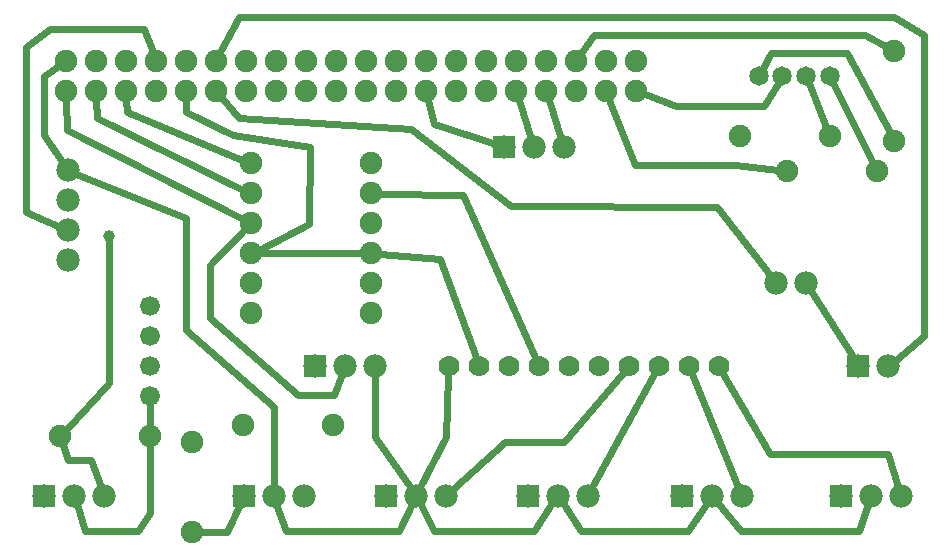
<source format=gbl>
G04 MADE WITH FRITZING*
G04 WWW.FRITZING.ORG*
G04 DOUBLE SIDED*
G04 HOLES PLATED*
G04 CONTOUR ON CENTER OF CONTOUR VECTOR*
%ASAXBY*%
%FSLAX23Y23*%
%MOIN*%
%OFA0B0*%
%SFA1.0B1.0*%
%ADD10C,0.065000*%
%ADD11C,0.039370*%
%ADD12C,0.078000*%
%ADD13C,0.074803*%
%ADD14C,0.066111*%
%ADD15C,0.070000*%
%ADD16C,0.075361*%
%ADD17C,0.075000*%
%ADD18R,0.078000X0.078000*%
%ADD19C,0.024000*%
%LNCOPPER0*%
G90*
G70*
G54D10*
X2600Y1702D03*
X2679Y1702D03*
X2758Y1702D03*
X2837Y1702D03*
G54D11*
X435Y1171D03*
G54D12*
X218Y305D03*
X318Y305D03*
X418Y305D03*
X1122Y738D03*
X1222Y738D03*
X1322Y738D03*
X1752Y1466D03*
X1852Y1466D03*
X1952Y1466D03*
X884Y305D03*
X984Y305D03*
X1084Y305D03*
X1359Y305D03*
X1459Y305D03*
X1559Y305D03*
X1830Y305D03*
X1930Y305D03*
X2030Y305D03*
X2344Y305D03*
X2444Y305D03*
X2544Y305D03*
X2875Y305D03*
X2975Y305D03*
X3075Y305D03*
G54D13*
X907Y1412D03*
X907Y912D03*
X907Y1012D03*
X907Y1112D03*
X907Y1212D03*
X907Y1312D03*
X1307Y1412D03*
X1308Y912D03*
X1308Y1012D03*
X1308Y1112D03*
X1308Y1212D03*
X1308Y1312D03*
G54D14*
X573Y938D03*
X573Y838D03*
X573Y638D03*
X573Y738D03*
G54D12*
X2933Y738D03*
X3033Y738D03*
G54D15*
X2467Y738D03*
X2367Y738D03*
X2267Y738D03*
X2167Y738D03*
X2067Y738D03*
X1967Y738D03*
X1867Y738D03*
X1767Y738D03*
X1667Y738D03*
X1567Y738D03*
G54D16*
X292Y1654D03*
X392Y1654D03*
X492Y1654D03*
X592Y1654D03*
X692Y1654D03*
X792Y1654D03*
X892Y1654D03*
X992Y1654D03*
X1092Y1654D03*
X1192Y1654D03*
X1292Y1654D03*
X1392Y1654D03*
X1492Y1654D03*
X1592Y1654D03*
X1692Y1654D03*
X1792Y1654D03*
X1892Y1654D03*
X1992Y1654D03*
X2092Y1654D03*
X2192Y1654D03*
X2192Y1754D03*
X2092Y1754D03*
X1992Y1754D03*
X1892Y1754D03*
X1792Y1754D03*
X1692Y1754D03*
X1592Y1754D03*
X1492Y1754D03*
X1392Y1754D03*
X1292Y1754D03*
X1192Y1754D03*
X1092Y1754D03*
X992Y1754D03*
X892Y1754D03*
X792Y1754D03*
X692Y1754D03*
X592Y1754D03*
X492Y1754D03*
X392Y1754D03*
X292Y1754D03*
G54D12*
X2658Y1013D03*
X2758Y1013D03*
X297Y1389D03*
X297Y1289D03*
X297Y1189D03*
X297Y1089D03*
G54D17*
X711Y182D03*
X711Y482D03*
X883Y541D03*
X1183Y541D03*
X3053Y1786D03*
X3053Y1486D03*
X2537Y1505D03*
X2837Y1505D03*
X2694Y1387D03*
X2994Y1387D03*
X273Y502D03*
X573Y502D03*
G54D18*
X218Y305D03*
X1122Y738D03*
X1752Y1466D03*
X884Y305D03*
X1359Y305D03*
X1830Y305D03*
X2344Y305D03*
X2875Y305D03*
X2933Y738D03*
G54D19*
X297Y422D02*
X375Y422D01*
D02*
X281Y474D02*
X297Y422D01*
D02*
X375Y422D02*
X407Y334D01*
D02*
X356Y187D02*
X327Y277D01*
D02*
X533Y186D02*
X356Y187D01*
D02*
X573Y473D02*
X572Y247D01*
D02*
X572Y247D02*
X533Y186D01*
D02*
X2009Y1780D02*
X2050Y1841D01*
D02*
X2050Y1841D02*
X2954Y1841D01*
D02*
X2954Y1841D02*
X3028Y1800D01*
D02*
X2847Y1681D02*
X2981Y1413D01*
D02*
X2767Y1680D02*
X2826Y1532D01*
D02*
X2187Y1406D02*
X2522Y1406D01*
D02*
X2522Y1406D02*
X2666Y1391D01*
D02*
X2103Y1625D02*
X2187Y1406D01*
D02*
X2324Y1605D02*
X2221Y1643D01*
D02*
X2619Y1605D02*
X2324Y1605D01*
D02*
X2667Y1682D02*
X2619Y1605D01*
D02*
X2641Y1780D02*
X2611Y1723D01*
D02*
X2895Y1781D02*
X2641Y1780D01*
D02*
X3040Y1511D02*
X2895Y1781D01*
D02*
X494Y1583D02*
X493Y1623D01*
D02*
X879Y1424D02*
X494Y1583D01*
D02*
X296Y1525D02*
X293Y1623D01*
D02*
X880Y1226D02*
X296Y1525D01*
D02*
X393Y1623D02*
X396Y1564D01*
D02*
X396Y1564D02*
X880Y1325D01*
D02*
X847Y1506D02*
X1106Y1466D01*
D02*
X1103Y1209D02*
X935Y1125D01*
D02*
X1106Y1466D02*
X1103Y1209D01*
D02*
X691Y1584D02*
X847Y1506D01*
D02*
X691Y1623D02*
X691Y1584D01*
D02*
X1855Y766D02*
X1616Y1308D01*
D02*
X1616Y1308D02*
X1338Y1311D01*
D02*
X1537Y1093D02*
X1338Y1109D01*
D02*
X1657Y767D02*
X1537Y1093D01*
D02*
X1440Y1527D02*
X1774Y1270D01*
D02*
X2462Y1268D02*
X2640Y1037D01*
D02*
X1774Y1270D02*
X2462Y1268D01*
D02*
X868Y1565D02*
X1440Y1527D01*
D02*
X812Y1630D02*
X868Y1565D01*
D02*
X553Y1860D02*
X581Y1784D01*
D02*
X159Y1800D02*
X238Y1861D01*
D02*
X238Y1861D02*
X553Y1860D01*
D02*
X159Y1250D02*
X159Y1800D01*
D02*
X270Y1201D02*
X159Y1250D01*
D02*
X219Y1506D02*
X280Y1414D01*
D02*
X219Y1702D02*
X219Y1506D01*
D02*
X271Y1739D02*
X219Y1702D01*
D02*
X2253Y711D02*
X2045Y332D01*
D02*
X2639Y442D02*
X2483Y711D01*
D02*
X3033Y442D02*
X2639Y442D01*
D02*
X3066Y334D02*
X3033Y442D01*
D02*
X2008Y186D02*
X1947Y280D01*
D02*
X2365Y187D02*
X2008Y186D01*
D02*
X2427Y280D02*
X2365Y187D01*
D02*
X2540Y187D02*
X2463Y282D01*
D02*
X2934Y187D02*
X2540Y187D01*
D02*
X2965Y277D02*
X2934Y187D01*
D02*
X2532Y333D02*
X2379Y709D01*
D02*
X435Y679D02*
X292Y523D01*
D02*
X435Y1152D02*
X435Y679D01*
D02*
X829Y185D02*
X739Y183D01*
D02*
X871Y278D02*
X829Y185D01*
D02*
X985Y600D02*
X984Y336D01*
D02*
X691Y856D02*
X985Y600D01*
D02*
X691Y1229D02*
X691Y856D01*
D02*
X325Y1378D02*
X691Y1229D01*
D02*
X1401Y187D02*
X1446Y278D01*
D02*
X1024Y186D02*
X1401Y187D01*
D02*
X993Y277D02*
X1024Y186D01*
D02*
X1518Y187D02*
X1473Y279D01*
D02*
X1852Y187D02*
X1518Y187D01*
D02*
X1913Y280D02*
X1852Y187D01*
D02*
X1566Y707D02*
X1557Y501D01*
D02*
X1557Y501D02*
X1473Y332D01*
D02*
X1755Y483D02*
X1582Y326D01*
D02*
X1951Y483D02*
X1755Y483D01*
D02*
X2147Y714D02*
X1951Y483D01*
D02*
X1322Y501D02*
X1442Y330D01*
D02*
X1322Y708D02*
X1322Y501D01*
D02*
X770Y1073D02*
X886Y1190D01*
D02*
X770Y896D02*
X770Y1073D01*
D02*
X1065Y640D02*
X770Y896D01*
D02*
X1211Y710D02*
X1184Y640D01*
D02*
X1184Y640D02*
X1065Y640D01*
D02*
X1278Y1112D02*
X938Y1112D01*
D02*
X1724Y1476D02*
X1518Y1545D01*
D02*
X1518Y1545D02*
X1499Y1624D01*
D02*
X1843Y1495D02*
X1801Y1624D01*
D02*
X1901Y1624D02*
X1943Y1495D01*
D02*
X2774Y988D02*
X2917Y763D01*
D02*
X3153Y1841D02*
X3153Y837D01*
D02*
X3153Y837D02*
X3057Y757D01*
D02*
X3052Y1900D02*
X3153Y1841D01*
D02*
X867Y1899D02*
X3052Y1900D01*
D02*
X806Y1782D02*
X867Y1899D01*
D02*
X573Y530D02*
X573Y610D01*
G04 End of Copper0*
M02*
</source>
